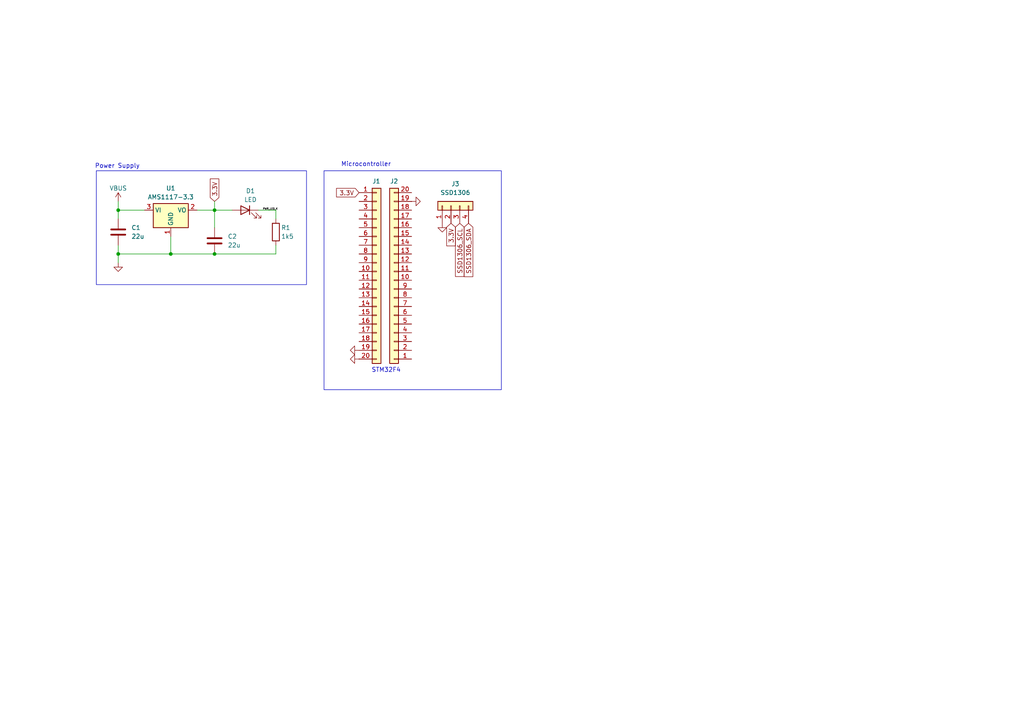
<source format=kicad_sch>
(kicad_sch (version 20231120) (generator "eeschema") (generator_version "8.0")
  (paper "A4")
  (lib_symbols
    (symbol "Connector_Generic:Conn_01x04" (pin_names (offset 1.016) hide)
      (property "Reference" "J" (at 0 5.08 0))
      (property "Value" "Conn_01x04" (at 0 -7.62 0))
      (symbol "Conn_01x04_1_1"
        (rectangle (start -1.27 -4.953) (end 0 -5.207) (stroke (width 0.1524)))
        (rectangle (start -1.27 -2.413) (end 0 -2.667) (stroke (width 0.1524)))
        (rectangle (start -1.27 0.127) (end 0 -0.127) (stroke (width 0.1524)))
        (rectangle (start -1.27 2.667) (end 0 2.413) (stroke (width 0.1524)))
        (rectangle (start -1.27 3.81) (end 1.27 -6.35) (stroke (width 0.254)) (fill (type background)))
        (pin passive line (at -5.08 2.54 0) (length 3.81) (name "Pin_1") (number "1"))
        (pin passive line (at -5.08 0 0) (length 3.81) (name "Pin_2") (number "2"))
        (pin passive line (at -5.08 -2.54 0) (length 3.81) (name "Pin_3") (number "3"))
        (pin passive line (at -5.08 -5.08 0) (length 3.81) (name "Pin_4") (number "4"))
      )
    )
    (symbol "Connector_Generic:Conn_01x20" (pin_names (offset 1.016) hide)
      (property "Reference" "J" (at 0 25.4 0))
      (property "Value" "Conn_01x20" (at 0 -27.94 0))
      (symbol "Conn_01x20_1_1"
        (rectangle (start -1.27 -25.273) (end 0 -25.527) (stroke (width 0.1524)))
        (rectangle (start -1.27 -22.733) (end 0 -22.987) (stroke (width 0.1524)))
        (rectangle (start -1.27 -20.193) (end 0 -20.447) (stroke (width 0.1524)))
        (rectangle (start -1.27 -17.653) (end 0 -17.907) (stroke (width 0.1524)))
        (rectangle (start -1.27 -15.113) (end 0 -15.367) (stroke (width 0.1524)))
        (rectangle (start -1.27 -12.573) (end 0 -12.827) (stroke (width 0.1524)))
        (rectangle (start -1.27 -10.033) (end 0 -10.287) (stroke (width 0.1524)))
        (rectangle (start -1.27 -7.493) (end 0 -7.747) (stroke (width 0.1524)))
        (rectangle (start -1.27 -4.953) (end 0 -5.207) (stroke (width 0.1524)))
        (rectangle (start -1.27 -2.413) (end 0 -2.667) (stroke (width 0.1524)))
        (rectangle (start -1.27 0.127) (end 0 -0.127) (stroke (width 0.1524)))
        (rectangle (start -1.27 2.667) (end 0 2.413) (stroke (width 0.1524)))
        (rectangle (start -1.27 5.207) (end 0 4.953) (stroke (width 0.1524)))
        (rectangle (start -1.27 7.747) (end 0 7.493) (stroke (width 0.1524)))
        (rectangle (start -1.27 10.287) (end 0 10.033) (stroke (width 0.1524)))
        (rectangle (start -1.27 12.827) (end 0 12.573) (stroke (width 0.1524)))
        (rectangle (start -1.27 15.367) (end 0 15.113) (stroke (width 0.1524)))
        (rectangle (start -1.27 17.907) (end 0 17.653) (stroke (width 0.1524)))
        (rectangle (start -1.27 20.447) (end 0 20.193) (stroke (width 0.1524)))
        (rectangle (start -1.27 22.987) (end 0 22.733) (stroke (width 0.1524)))
        (rectangle (start -1.27 24.13) (end 1.27 -26.67) (stroke (width 0.254)) (fill (type background)))
        (pin passive line (at -5.08 22.86 0) (length 3.81) (name "Pin_1") (number "1"))
        (pin passive line (at -5.08 0 0) (length 3.81) (name "Pin_10") (number "10"))
        (pin passive line (at -5.08 -2.54 0) (length 3.81) (name "Pin_11") (number "11"))
        (pin passive line (at -5.08 -5.08 0) (length 3.81) (name "Pin_12") (number "12"))
        (pin passive line (at -5.08 -7.62 0) (length 3.81) (name "Pin_13") (number "13"))
        (pin passive line (at -5.08 -10.16 0) (length 3.81) (name "Pin_14") (number "14"))
        (pin passive line (at -5.08 -12.7 0) (length 3.81) (name "Pin_15") (number "15"))
        (pin passive line (at -5.08 -15.24 0) (length 3.81) (name "Pin_16") (number "16"))
        (pin passive line (at -5.08 -17.78 0) (length 3.81) (name "Pin_17") (number "17"))
        (pin passive line (at -5.08 -20.32 0) (length 3.81) (name "Pin_18") (number "18"))
        (pin passive line (at -5.08 -22.86 0) (length 3.81) (name "Pin_19") (number "19"))
        (pin passive line (at -5.08 20.32 0) (length 3.81) (name "Pin_2") (number "2"))
        (pin passive line (at -5.08 -25.4 0) (length 3.81) (name "Pin_20") (number "20"))
        (pin passive line (at -5.08 17.78 0) (length 3.81) (name "Pin_3") (number "3"))
        (pin passive line (at -5.08 15.24 0) (length 3.81) (name "Pin_4") (number "4"))
        (pin passive line (at -5.08 12.7 0) (length 3.81) (name "Pin_5") (number "5"))
        (pin passive line (at -5.08 10.16 0) (length 3.81) (name "Pin_6") (number "6"))
        (pin passive line (at -5.08 7.62 0) (length 3.81) (name "Pin_7") (number "7"))
        (pin passive line (at -5.08 5.08 0) (length 3.81) (name "Pin_8") (number "8"))
        (pin passive line (at -5.08 2.54 0) (length 3.81) (name "Pin_9") (number "9"))
      )
    )
    (symbol "Device:C" (pin_numbers hide) (pin_names (offset 0.254))
      (property "Reference" "C" (at 0.635 2.54 0))
      (property "Value" "C" (at 0.635 -2.54 0))
      (symbol "C_0_1"
        (polyline (pts (xy -2.032 -0.762) (xy 2.032 -0.762)) (stroke (width 0.508)))
        (polyline (pts (xy -2.032 0.762) (xy 2.032 0.762)) (stroke (width 0.508)))
      )
      (symbol "C_1_1"
        (pin passive line (at 0 3.81 270) (length 2.794) (name "~") (number "1"))
        (pin passive line (at 0 -3.81 90) (length 2.794) (name "~") (number "2"))
      )
    )
    (symbol "Device:LED" (pin_numbers hide) (pin_names (offset 1.016) hide)
      (property "Reference" "D" (at 0 2.54 0))
      (property "Value" "LED" (at 0 -2.54 0))
      (symbol "LED_0_1"
        (polyline (pts (xy -1.27 -1.27) (xy -1.27 1.27)) (stroke (width 0.254)))
        (polyline (pts (xy -1.27 0) (xy 1.27 0)))
        (polyline (pts (xy 1.27 -1.27) (xy 1.27 1.27) (xy -1.27 0) (xy 1.27 -1.27)) (stroke (width 0.254)))
        (polyline (pts (xy -3.048 -0.762) (xy -4.572 -2.286) (xy -3.81 -2.286) (xy -4.572 -2.286) (xy -4.572 -1.524)))
        (polyline (pts (xy -1.778 -0.762) (xy -3.302 -2.286) (xy -2.54 -2.286) (xy -3.302 -2.286) (xy -3.302 -1.524)))
      )
      (symbol "LED_1_1"
        (pin passive line (at -3.81 0 0) (length 2.54) (name "K") (number "1"))
        (pin passive line (at 3.81 0 180) (length 2.54) (name "A") (number "2"))
      )
    )
    (symbol "Device:R" (pin_numbers hide) (pin_names (offset 0))
      (property "Reference" "R" (at 2.032 0 90))
      (property "Value" "R" (at 0 0 90))
      (symbol "R_0_1"
        (rectangle (start -1.016 -2.54) (end 1.016 2.54) (stroke (width 0.254)))
      )
      (symbol "R_1_1"
        (pin passive line (at 0 3.81 270) (length 1.27) (name "~") (number "1"))
        (pin passive line (at 0 -3.81 90) (length 1.27) (name "~") (number "2"))
      )
    )
    (symbol "Regulator_Linear:AMS1117-3.3"
      (property "Reference" "U" (at -3.81 3.175 0))
      (property "Value" "AMS1117-3.3" (at 0 3.175 0))
      (symbol "AMS1117-3.3_0_1"
        (rectangle (start -5.08 -5.08) (end 5.08 1.905) (stroke (width 0.254)) (fill (type background)))
      )
      (symbol "AMS1117-3.3_1_1"
        (pin power_in line (at 0 -7.62 90) (length 2.54) (name "GND") (number "1"))
        (pin power_out line (at 7.62 0 180) (length 2.54) (name "VO") (number "2"))
        (pin power_in line (at -7.62 0 0) (length 2.54) (name "VI") (number "3"))
      )
    )
    (symbol "power:GND" (power) (pin_numbers hide) (pin_names (offset 0) hide)
      (property "Value" "GND" (at 0 -3.81 0))
      (symbol "GND_0_1"
        (polyline (pts (xy 0 0) (xy 0 -1.27) (xy 1.27 -1.27) (xy 0 -2.54) (xy -1.27 -1.27) (xy 0 -1.27)))
      )
      (symbol "GND_1_1"
        (pin power_in line (at 0 0 270) (length 0) (name "~") (number "1"))
      )
    )
    (symbol "power:VBUS" (power) (pin_numbers hide) (pin_names (offset 0) hide)
      (property "Value" "VBUS" (at 0 3.556 0))
      (symbol "VBUS_0_1"
        (polyline (pts (xy -0.762 1.27) (xy 0 2.54)))
        (polyline (pts (xy 0 0) (xy 0 2.54)))
        (polyline (pts (xy 0 2.54) (xy 0.762 1.27)))
      )
      (symbol "VBUS_1_1"
        (pin power_in line (at 0 0 90) (length 0) (name "~") (number "1"))
      )
    )
  )
  (junction (at 62.23 73.66))
  (junction (at 34.29 73.66))
  (junction (at 34.29 60.96))
  (junction (at 62.23 60.96))
  (junction (at 49.53 73.66))
  (wire (pts (xy 57.15 60.96) (xy 62.23 60.96)))
  (wire (pts (xy 34.29 73.66) (xy 49.53 73.66)))
  (wire (pts (xy 62.23 60.96) (xy 67.31 60.96)))
  (wire (pts (xy 80.01 60.96) (xy 80.01 63.5)))
  (wire (pts (xy 34.29 60.96) (xy 34.29 63.5)))
  (wire (pts (xy 34.29 73.66) (xy 34.29 76.2)))
  (wire (pts (xy 34.29 71.12) (xy 34.29 73.66)))
  (wire (pts (xy 74.93 60.96) (xy 80.01 60.96)))
  (wire (pts (xy 41.91 60.96) (xy 34.29 60.96)))
  (wire (pts (xy 80.01 73.66) (xy 62.23 73.66)))
  (wire (pts (xy 34.29 58.42) (xy 34.29 60.96)))
  (wire (pts (xy 80.01 71.12) (xy 80.01 73.66)))
  (wire (pts (xy 62.23 58.42) (xy 62.23 60.96)))
  (wire (pts (xy 62.23 66.04) (xy 62.23 60.96)))
  (wire (pts (xy 49.53 68.58) (xy 49.53 73.66)))
  (wire (pts (xy 49.53 73.66) (xy 62.23 73.66)))
  (rectangle (start 93.98 49.53) (end 145.415 113.03))
  (rectangle (start 27.94 49.53) (end 88.9 82.55))
  (text "STM32F4" (at 112.014 107.442 0) (effects (font (size 1.27 1.27))))
  (text "Microcontroller\n" (at 106.172 47.752 0) (effects (font (size 1.27 1.27))))
  (text "Power Supply" (at 34.036 48.26 0) (effects (font (size 1.27 1.27))))
  (label "PWR_LED_K" (at 76.2 60.96 0) (effects (font (size 0.508 0.508))))
  (global_label "SSD1306_SCL" (shape input) (at 133.35 64.77 270) (property "Intersheetrefs" "${INTERSHEET_REFS}" (effects (hide yes))))
  (global_label "3.3V" (shape input) (at 130.81 64.77 270) (property "Intersheetrefs" "${INTERSHEET_REFS}" (effects (hide yes))))
  (global_label "SSD1306_SDA" (shape input) (at 135.89 64.77 270) (property "Intersheetrefs" "${INTERSHEET_REFS}" (effects (hide yes))))
  (global_label "3.3V" (shape input) (at 62.23 58.42 90) (property "Intersheetrefs" "${INTERSHEET_REFS}" (effects (hide yes))))
  (global_label "3.3V" (shape input) (at 104.14 55.88 180) (property "Intersheetrefs" "${INTERSHEET_REFS}" (effects (hide yes))))
  (symbol (lib_id "Connector_Generic:Conn_01x20") (at 114.3 81.28 180) (unit 1)
    (property "Reference" "J2" (at 114.3 52.578 0))
    (property "Value" "Conn_01x20" (effects (hide yes)))
    (property "Footprint" "Connector_PinSocket_2.54mm:PinSocket_1x20_P2.54mm_Vertical" (effects (hide yes)))
    (property "Description" "Generic connector, single row, 01x20, script generated (kicad-library-utils/schlib/autogen/connector/)" (effects (hide yes)))
  )
  (symbol (lib_id "Device:LED") (at 71.12 60.96 0) (mirror y) (unit 1)
    (property "Reference" "D1" (at 72.644 55.372 0))
    (property "Value" "LED" (at 72.644 57.912 0))
    (property "Footprint" "LED_SMD:LED_0805_2012Metric" (effects (hide yes)))
    (property "Description" "Light emitting diode" (effects (hide yes)))
  )
  (symbol (lib_id "power:GND") (at 119.38 58.42 90) (unit 1)
    (property "Reference" "#PWR03" (effects (hide yes)))
    (property "Value" "GND" (effects (hide yes)))
    (property "Description" "Power symbol creates a global label with name \"GND\" , ground" (effects (hide yes)))
  )
  (symbol (lib_id "Connector_Generic:Conn_01x04") (at 130.81 59.69 90) (unit 1)
    (property "Reference" "J3" (at 132.08 53.34 90))
    (property "Value" "SSD1306" (at 132.08 55.88 90))
    (property "Description" "Generic connector, single row, 01x04, script generated (kicad-library-utils/schlib/autogen/connector/)" (effects (hide yes)))
  )
  (symbol (lib_id "power:GND") (at 128.27 64.77 0) (unit 1)
    (property "Reference" "#PWR04" (effects (hide yes)))
    (property "Value" "GND" (effects (hide yes)))
    (property "Description" "Power symbol creates a global label with name \"GND\" , ground" (effects (hide yes)))
  )
  (symbol (lib_id "power:VBUS") (at 34.29 58.42 0) (unit 1)
    (property "Reference" "#PWR05" (effects (hide yes)))
    (property "Value" "VBUS" (at 34.29 54.61 0))
    (property "Description" "Power symbol creates a global label with name \"VBUS\"" (effects (hide yes)))
  )
  (symbol (lib_id "power:GND") (at 104.14 101.6 270) (unit 1)
    (property "Reference" "#PWR01" (effects (hide yes)))
    (property "Value" "GND" (effects (hide yes)))
    (property "Description" "Power symbol creates a global label with name \"GND\" , ground" (effects (hide yes)))
  )
  (symbol (lib_id "Connector_Generic:Conn_01x20") (at 109.22 78.74 0) (unit 1)
    (property "Reference" "J1" (at 107.95 52.578 0) (effects (justify left)))
    (property "Value" "Conn_01x20" (effects (hide yes)))
    (property "Footprint" "Connector_PinSocket_2.54mm:PinSocket_1x20_P2.54mm_Vertical" (effects (hide yes)))
    (property "Description" "Generic connector, single row, 01x20, script generated (kicad-library-utils/schlib/autogen/connector/)" (effects (hide yes)))
  )
  (symbol (lib_id "Device:C") (at 62.23 69.85 0) (unit 1)
    (property "Reference" "C2" (at 66.04 68.5799 0) (effects (justify left)))
    (property "Value" "22u" (at 66.04 71.1199 0) (effects (justify left)))
    (property "Footprint" "Capacitor_SMD:C_0805_2012Metric" (effects (hide yes)))
    (property "Description" "Unpolarized capacitor" (effects (hide yes)))
  )
  (symbol (lib_id "Device:C") (at 34.29 67.31 0) (unit 1)
    (property "Reference" "C1" (at 38.1 66.0399 0) (effects (justify left)))
    (property "Value" "22u" (at 38.1 68.5799 0) (effects (justify left)))
    (property "Footprint" "Capacitor_SMD:C_0805_2012Metric" (effects (hide yes)))
    (property "Description" "Unpolarized capacitor" (effects (hide yes)))
  )
  (symbol (lib_id "Regulator_Linear:AMS1117-3.3") (at 49.53 60.96 0) (unit 1)
    (property "Reference" "U1" (at 49.53 54.61 0))
    (property "Value" "AMS1117-3.3" (at 49.53 57.15 0))
    (property "Footprint" "Package_TO_SOT_SMD:SOT-223-3_TabPin2" (effects (hide yes)))
    (property "Datasheet" "http://www.advanced-monolithic.com/pdf/ds1117.pdf" (effects (hide yes)))
    (property "Description" "1A Low Dropout regulator, positive, 3.3V fixed output, SOT-223" (effects (hide yes)))
  )
  (symbol (lib_id "Device:R") (at 80.01 67.31 0) (unit 1)
    (property "Reference" "R1" (at 81.534 66.04 0) (effects (justify left)))
    (property "Value" "1k5" (at 81.534 68.58 0) (effects (justify left)))
    (property "Footprint" "Resistor_SMD:R_0402_1005Metric" (effects (hide yes)))
    (property "Description" "Resistor" (effects (hide yes)))
  )
  (symbol (lib_id "power:GND") (at 104.14 104.14 270) (unit 1)
    (property "Reference" "#PWR02" (effects (hide yes)))
    (property "Value" "GND" (effects (hide yes)))
    (property "Description" "Power symbol creates a global label with name \"GND\" , ground" (effects (hide yes)))
  )
  (symbol (lib_id "power:GND") (at 34.29 76.2 0) (unit 1)
    (property "Reference" "#PWR06" (effects (hide yes)))
    (property "Value" "GND" (effects (hide yes)))
    (property "Description" "Power symbol creates a global label with name \"GND\" , ground" (effects (hide yes)))
  )
)
</source>
